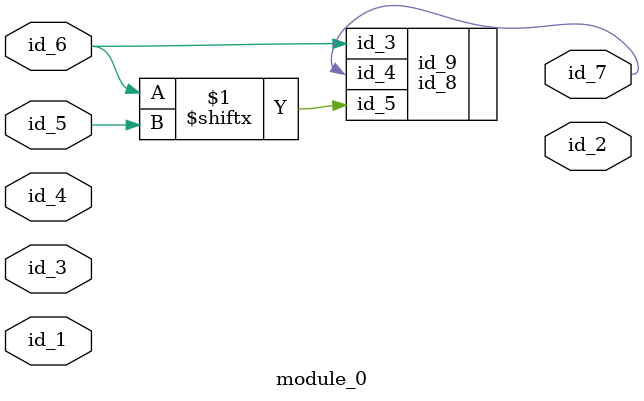
<source format=v>
module module_0 (
    id_1,
    id_2,
    id_3,
    id_4,
    id_5,
    id_6,
    id_7
);
  output id_7;
  input id_6;
  input id_5;
  input id_4;
  input id_3;
  output id_2;
  input id_1;
  id_8 id_9 (
      .id_4(id_7),
      .id_3(id_6),
      .id_5(id_6[id_5])
  );
endmodule

</source>
